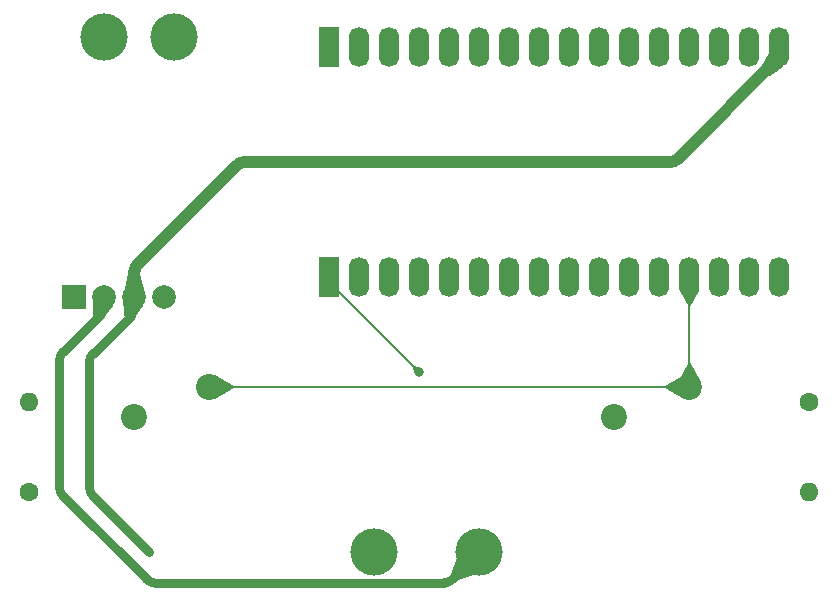
<source format=gbl>
G04 #@! TF.GenerationSoftware,KiCad,Pcbnew,7.0.5*
G04 #@! TF.CreationDate,2023-07-05T00:08:00+08:00*
G04 #@! TF.ProjectId,exModule,65784d6f-6475-46c6-952e-6b696361645f,rev?*
G04 #@! TF.SameCoordinates,PX5734380PY32de760*
G04 #@! TF.FileFunction,Copper,L2,Bot*
G04 #@! TF.FilePolarity,Positive*
%FSLAX45Y45*%
G04 Gerber Fmt 4.5, Leading zero omitted, Abs format (unit mm)*
G04 Created by KiCad (PCBNEW 7.0.5) date 2023-07-05 00:08:00*
%MOMM*%
%LPD*%
G01*
G04 APERTURE LIST*
G04 #@! TA.AperFunction,ComponentPad*
%ADD10C,4.000000*%
G04 #@! TD*
G04 #@! TA.AperFunction,ComponentPad*
%ADD11C,2.000000*%
G04 #@! TD*
G04 #@! TA.AperFunction,ComponentPad*
%ADD12R,2.000000X2.000000*%
G04 #@! TD*
G04 #@! TA.AperFunction,ComponentPad*
%ADD13O,1.700000X3.390000*%
G04 #@! TD*
G04 #@! TA.AperFunction,ComponentPad*
%ADD14R,1.700000X3.390000*%
G04 #@! TD*
G04 #@! TA.AperFunction,ComponentPad*
%ADD15C,2.200000*%
G04 #@! TD*
G04 #@! TA.AperFunction,ComponentPad*
%ADD16C,1.600000*%
G04 #@! TD*
G04 #@! TA.AperFunction,ComponentPad*
%ADD17O,1.600000X1.600000*%
G04 #@! TD*
G04 #@! TA.AperFunction,ViaPad*
%ADD18C,0.800000*%
G04 #@! TD*
G04 #@! TA.AperFunction,Conductor*
%ADD19C,0.150000*%
G04 #@! TD*
G04 #@! TA.AperFunction,Conductor*
%ADD20C,1.000000*%
G04 #@! TD*
G04 #@! TA.AperFunction,Conductor*
%ADD21C,0.800000*%
G04 #@! TD*
G04 APERTURE END LIST*
D10*
G04 #@! TO.P,REF\u002A\u002A,1*
G04 #@! TO.N,/12v*
X508071Y-2158929D03*
G04 #@! TD*
G04 #@! TO.P,REF\u002A\u002A,1*
G04 #@! TO.N,Net-(U2-GND)*
X-380900Y-2159000D03*
G04 #@! TD*
G04 #@! TO.P,REF\u002A\u002A,1*
G04 #@! TO.N,/open*
X-2074000Y2200000D03*
G04 #@! TD*
G04 #@! TO.P,REF\u002A\u002A,1*
G04 #@! TO.N,/lock*
X-2669000Y2200000D03*
G04 #@! TD*
D11*
G04 #@! TO.P,U2,4,VO+*
G04 #@! TO.N,Net-(U2-VO+)*
X-2159000Y0D03*
G04 #@! TO.P,U2,3,GND*
G04 #@! TO.N,Net-(U2-GND)*
X-2413000Y0D03*
G04 #@! TO.P,U2,2,IN+*
G04 #@! TO.N,/12v*
X-2667000Y0D03*
D12*
G04 #@! TO.P,U2,1,EN*
G04 #@! TO.N,unconnected-(U2-EN-Pad1)*
X-2921000Y0D03*
G04 #@! TD*
D13*
G04 #@! TO.P,J1,32,GND*
G04 #@! TO.N,Net-(U2-GND)*
X3048000Y2116500D03*
G04 #@! TO.P,J1,31,5V*
G04 #@! TO.N,Net-(U2-VO+)*
X2794000Y2116500D03*
G04 #@! TO.P,J1,30,GPIO9*
G04 #@! TO.N,unconnected-(J1-GPIO9-Pad30)*
X2540000Y2116500D03*
G04 #@! TO.P,J1,29,GPIO8*
G04 #@! TO.N,unconnected-(J1-GPIO8-Pad29)*
X2286000Y2116500D03*
G04 #@! TO.P,J1,28,GPIO4*
G04 #@! TO.N,unconnected-(J1-GPIO4-Pad28)*
X2032000Y2116500D03*
G04 #@! TO.P,J1,27,GPIO5*
G04 #@! TO.N,unconnected-(J1-GPIO5-Pad27)*
X1778000Y2116500D03*
G04 #@! TO.P,J1,26,3V3*
G04 #@! TO.N,unconnected-(J1-3V3-Pad26)*
X1524000Y2116500D03*
G04 #@! TO.P,J1,25,GND*
G04 #@! TO.N,unconnected-(J1-GND-Pad25)*
X1270000Y2116500D03*
G04 #@! TO.P,J1,24,GPIO11*
G04 #@! TO.N,/open*
X1016000Y2116500D03*
G04 #@! TO.P,J1,23,GPIO07*
G04 #@! TO.N,unconnected-(J1-GPIO07-Pad23)*
X762000Y2116500D03*
G04 #@! TO.P,J1,22,GPIO06*
G04 #@! TO.N,/lock*
X508000Y2116500D03*
G04 #@! TO.P,J1,21,GPIO10*
G04 #@! TO.N,unconnected-(J1-GPIO10-Pad21)*
X254000Y2116500D03*
G04 #@! TO.P,J1,20,GPIO3*
G04 #@! TO.N,unconnected-(J1-GPIO3-Pad20)*
X0Y2116500D03*
G04 #@! TO.P,J1,19,GPIO2*
G04 #@! TO.N,unconnected-(J1-GPIO2-Pad19)*
X-254000Y2116500D03*
G04 #@! TO.P,J1,18,3v3*
G04 #@! TO.N,unconnected-(J1-3v3-Pad18)*
X-508000Y2116500D03*
D14*
G04 #@! TO.P,J1,17,GND*
G04 #@! TO.N,unconnected-(J1-GND-Pad17)*
X-762000Y2116500D03*
D13*
G04 #@! TO.P,J1,16,5V*
G04 #@! TO.N,unconnected-(J1-5V-Pad16)*
X3048000Y169500D03*
G04 #@! TO.P,J1,15,PWB*
G04 #@! TO.N,unconnected-(J1-PWB-Pad15)*
X2794000Y169500D03*
G04 #@! TO.P,J1,14,GND*
G04 #@! TO.N,unconnected-(J1-GND-Pad14)*
X2540000Y169500D03*
G04 #@! TO.P,J1,13,3V3*
G04 #@! TO.N,Net-(J1-3V3-Pad13)*
X2286000Y169500D03*
G04 #@! TO.P,J1,12,REST*
G04 #@! TO.N,unconnected-(J1-REST-Pad12)*
X2032000Y169500D03*
G04 #@! TO.P,J1,11,NC*
G04 #@! TO.N,unconnected-(J1-NC-Pad11)*
X1778000Y169500D03*
G04 #@! TO.P,J1,10,GPIO13*
G04 #@! TO.N,unconnected-(J1-GPIO13-Pad10)*
X1524000Y169500D03*
G04 #@! TO.P,J1,9,UART0_RX*
G04 #@! TO.N,unconnected-(J1-UART0_RX-Pad9)*
X1270000Y169500D03*
G04 #@! TO.P,J1,8,UART0_TX*
G04 #@! TO.N,unconnected-(J1-UART0_TX-Pad8)*
X1016000Y169500D03*
G04 #@! TO.P,J1,7,GND*
G04 #@! TO.N,unconnected-(J1-GND-Pad7)*
X762000Y169500D03*
G04 #@! TO.P,J1,6,GPIO19*
G04 #@! TO.N,unconnected-(J1-GPIO19-Pad6)*
X508000Y169500D03*
G04 #@! TO.P,J1,5,GPIO18*
G04 #@! TO.N,Net-(J1-GPIO18)*
X254000Y169500D03*
G04 #@! TO.P,J1,4,GPIO12*
G04 #@! TO.N,Net-(J1-GPIO12)*
X0Y169500D03*
G04 #@! TO.P,J1,3,GPIO1*
G04 #@! TO.N,unconnected-(J1-GPIO1-Pad3)*
X-254000Y169500D03*
G04 #@! TO.P,J1,2,GPIO0*
G04 #@! TO.N,unconnected-(J1-GPIO0-Pad2)*
X-508000Y169500D03*
D14*
G04 #@! TO.P,J1,1,GND*
G04 #@! TO.N,Net-(J1-GND-Pad1)*
X-762000Y169500D03*
G04 #@! TD*
D15*
G04 #@! TO.P,SW2,1*
G04 #@! TO.N,Net-(J1-3V3-Pad13)*
X2286000Y-762000D03*
G04 #@! TO.P,SW2,2*
G04 #@! TO.N,Net-(J1-GPIO18)*
X1651000Y-1016000D03*
G04 #@! TD*
G04 #@! TO.P,SW1,2*
G04 #@! TO.N,Net-(J1-GPIO12)*
X-2413000Y-1016000D03*
G04 #@! TO.P,SW1,1*
G04 #@! TO.N,Net-(J1-3V3-Pad13)*
X-1778000Y-762000D03*
G04 #@! TD*
D16*
G04 #@! TO.P,R2,1*
G04 #@! TO.N,Net-(J1-GPIO18)*
X3302000Y-889000D03*
D17*
G04 #@! TO.P,R2,2*
G04 #@! TO.N,Net-(J1-GND-Pad1)*
X3302000Y-1651000D03*
G04 #@! TD*
G04 #@! TO.P,R1,2*
G04 #@! TO.N,Net-(J1-GND-Pad1)*
X-3302000Y-889000D03*
D16*
G04 #@! TO.P,R1,1*
G04 #@! TO.N,Net-(J1-GPIO12)*
X-3302000Y-1651000D03*
G04 #@! TD*
D18*
G04 #@! TO.N,Net-(U2-GND)*
X-2286000Y-2159000D03*
G04 #@! TO.N,Net-(J1-GND-Pad1)*
X0Y-635000D03*
G04 #@! TD*
D19*
G04 #@! TO.N,Net-(J1-GND-Pad1)*
X-761999Y168421D02*
G75*
G03*
X-732711Y97711I99999J-1D01*
G01*
D20*
G04 #@! TO.N,Net-(U2-GND)*
X2117579Y1143001D02*
G75*
G03*
X2188289Y1172289I1J99999D01*
G01*
X-1482579Y1142999D02*
G75*
G03*
X-1553289Y1113711I-1J-99999D01*
G01*
D21*
G04 #@! TO.N,/12v*
X-2309290Y-2389711D02*
G75*
G03*
X-2238579Y-2419000I70710J70711D01*
G01*
X-2696288Y-141869D02*
G75*
G03*
X-2667000Y-71157I-70712J70709D01*
G01*
X-3018711Y-464289D02*
G75*
G03*
X-3048000Y-535000I70711J-70711D01*
G01*
X-3047999Y-1609579D02*
G75*
G03*
X-3018711Y-1680289I99999J-1D01*
G01*
G04 #@! TO.N,Net-(U2-GND)*
X-2442289Y-156290D02*
G75*
G03*
X-2413000Y-85579I-70711J70710D01*
G01*
G04 #@! TO.N,/12v*
X206579Y-2418999D02*
G75*
G03*
X277289Y-2389711I1J99999D01*
G01*
D20*
G04 #@! TO.N,Net-(U2-GND)*
X-2383711Y283290D02*
G75*
G03*
X-2413000Y212579I70711J-70710D01*
G01*
D21*
X-2764711Y-478710D02*
G75*
G03*
X-2794000Y-549421I70711J-70710D01*
G01*
X-2793999Y-1609579D02*
G75*
G03*
X-2764711Y-1680289I99999J-1D01*
G01*
X-2764711Y-478711D02*
X-2442289Y-156289D01*
X-2413000Y-85579D02*
X-2413000Y0D01*
X-2794000Y-1609579D02*
X-2794000Y-549421D01*
X-2286000Y-2159000D02*
X-2764711Y-1680289D01*
G04 #@! TO.N,/12v*
X-2667000Y-71157D02*
X-2667000Y0D01*
X-3018711Y-464289D02*
X-2696289Y-141868D01*
X206579Y-2419000D02*
X-2238579Y-2419000D01*
X-2309289Y-2389711D02*
X-3018711Y-1680289D01*
X508000Y-2159000D02*
X277289Y-2389711D01*
X-3048000Y-1609579D02*
X-3048000Y-535000D01*
D19*
G04 #@! TO.N,Net-(J1-3V3-Pad13)*
X-1778000Y-762000D02*
X2286000Y-762000D01*
G04 #@! TO.N,Net-(J1-GND-Pad1)*
X0Y-635000D02*
X-732711Y97711D01*
X-762000Y168421D02*
X-762000Y254000D01*
D20*
G04 #@! TO.N,Net-(U2-GND)*
X-2413000Y0D02*
X-2413000Y212579D01*
X-1482579Y1143000D02*
X2117579Y1143000D01*
X-2383711Y283289D02*
X-1553289Y1113711D01*
X2188289Y1172289D02*
X3048000Y2032000D01*
D19*
G04 #@! TO.N,Net-(J1-3V3-Pad13)*
X2286000Y169500D02*
X2286000Y-762000D01*
G04 #@! TD*
G04 #@! TA.AperFunction,Conductor*
G04 #@! TO.N,/12v*
G36*
X-2666588Y-272D02*
G01*
X-2666586Y-273D01*
X-2597027Y-69972D01*
X-2596685Y-70799D01*
X-2596940Y-71527D01*
X-2704175Y-206114D01*
X-2704958Y-206547D01*
X-2705819Y-206300D01*
X-2705917Y-206212D01*
X-2761234Y-150895D01*
X-2761576Y-150110D01*
X-2766956Y-1211D01*
X-2766644Y-372D01*
X-2765829Y0D01*
X-2765790Y1D01*
X-2667415Y70D01*
X-2666588Y-272D01*
G37*
G04 #@! TD.AperFunction*
G04 #@! TD*
G04 #@! TA.AperFunction,Conductor*
G04 #@! TO.N,Net-(U2-GND)*
G36*
X-2412588Y-272D02*
G01*
X-2412586Y-273D01*
X-2342982Y-70016D01*
X-2342640Y-70844D01*
X-2342852Y-71514D01*
X-2439994Y-210220D01*
X-2440749Y-210701D01*
X-2441623Y-210507D01*
X-2441780Y-210376D01*
X-2497067Y-155088D01*
X-2497404Y-154379D01*
X-2512870Y-1286D01*
X-2512612Y-429D01*
X-2511824Y-5D01*
X-2511709Y1D01*
X-2413415Y70D01*
X-2412588Y-272D01*
G37*
G04 #@! TD.AperFunction*
G04 #@! TD*
G04 #@! TA.AperFunction,Conductor*
G04 #@! TO.N,/12v*
G36*
X507016Y-2159565D02*
G01*
X507560Y-2160276D01*
X507561Y-2160874D01*
X457987Y-2349995D01*
X457445Y-2350709D01*
X457251Y-2350799D01*
X325933Y-2398083D01*
X325038Y-2398041D01*
X324709Y-2397809D01*
X269188Y-2342288D01*
X268845Y-2341461D01*
X268913Y-2341070D01*
X315158Y-2210796D01*
X315757Y-2210131D01*
X315959Y-2210057D01*
X506128Y-2159446D01*
X507016Y-2159565D01*
G37*
G04 #@! TD.AperFunction*
G04 #@! TD*
G04 #@! TA.AperFunction,Conductor*
G04 #@! TO.N,Net-(J1-3V3-Pad13)*
G36*
X2241945Y-663075D02*
G01*
X2241992Y-663169D01*
X2285887Y-761523D01*
X2285912Y-762418D01*
X2285887Y-762477D01*
X2241992Y-860831D01*
X2241342Y-861447D01*
X2240447Y-861422D01*
X2240353Y-861375D01*
X2076599Y-769835D01*
X2076044Y-769132D01*
X2076000Y-768814D01*
X2076000Y-755186D01*
X2076343Y-754359D01*
X2076599Y-754165D01*
X2240353Y-662625D01*
X2241242Y-662520D01*
X2241945Y-663075D01*
G37*
G04 #@! TD.AperFunction*
G04 #@! TD*
G04 #@! TA.AperFunction,Conductor*
G04 #@! TO.N,Net-(J1-3V3-Pad13)*
G36*
X-1732447Y-662578D02*
G01*
X-1732354Y-662624D01*
X-1568599Y-754165D01*
X-1568044Y-754868D01*
X-1568000Y-755186D01*
X-1568000Y-768814D01*
X-1568343Y-769641D01*
X-1568599Y-769835D01*
X-1732353Y-861375D01*
X-1733242Y-861480D01*
X-1733945Y-860925D01*
X-1733991Y-860832D01*
X-1777887Y-762476D01*
X-1777912Y-761582D01*
X-1777889Y-761526D01*
X-1733992Y-663169D01*
X-1733342Y-662553D01*
X-1732447Y-662578D01*
G37*
G04 #@! TD.AperFunction*
G04 #@! TD*
G04 #@! TA.AperFunction,Conductor*
G04 #@! TO.N,Net-(J1-GND-Pad1)*
G36*
X-50561Y-573392D02*
G01*
X7576Y-595151D01*
X14175Y-597621D01*
X14830Y-598232D01*
X14861Y-599127D01*
X14847Y-599162D01*
X256Y-634620D01*
X-375Y-635254D01*
X-380Y-635256D01*
X-35838Y-649847D01*
X-36733Y-649845D01*
X-37365Y-649211D01*
X-37379Y-649176D01*
X-56098Y-599162D01*
X-61608Y-584440D01*
X-61577Y-583545D01*
X-61340Y-583203D01*
X-51797Y-573660D01*
X-50970Y-573318D01*
X-50561Y-573392D01*
G37*
G04 #@! TD.AperFunction*
G04 #@! TD*
G04 #@! TA.AperFunction,Conductor*
G04 #@! TO.N,Net-(U2-GND)*
G36*
X-2363076Y199657D02*
G01*
X-2362771Y199127D01*
X-2320871Y39254D01*
X-2320992Y38367D01*
X-2321554Y37877D01*
X-2412551Y86D01*
X-2413447Y85D01*
X-2413449Y86D01*
X-2504447Y37877D01*
X-2505079Y38511D01*
X-2505130Y39254D01*
X-2463229Y199127D01*
X-2462688Y199840D01*
X-2462097Y200000D01*
X-2363903Y200000D01*
X-2363076Y199657D01*
G37*
G04 #@! TD.AperFunction*
G04 #@! TD*
G04 #@! TA.AperFunction,Conductor*
G04 #@! TO.N,Net-(U2-GND)*
G36*
X2963940Y2066820D02*
G01*
X3047622Y2032256D01*
X3048255Y2031624D01*
X3048256Y2031621D01*
X3080159Y1954364D01*
X3080158Y1953469D01*
X3079719Y1952939D01*
X2963943Y1876959D01*
X2963063Y1876791D01*
X2962474Y1877110D01*
X2893076Y1946507D01*
X2892734Y1947335D01*
X2892895Y1947927D01*
X2895841Y1952939D01*
X2962485Y2066332D01*
X2963199Y2066871D01*
X2963940Y2066820D01*
G37*
G04 #@! TD.AperFunction*
G04 #@! TD*
G04 #@! TA.AperFunction,Conductor*
G04 #@! TO.N,Net-(J1-3V3-Pad13)*
G36*
X2287071Y251347D02*
G01*
X2287090Y251301D01*
X2364338Y52964D01*
X2364319Y52069D01*
X2364287Y52003D01*
X2293827Y-84367D01*
X2293143Y-84945D01*
X2292788Y-85000D01*
X2279213Y-85000D01*
X2278385Y-84657D01*
X2278173Y-84367D01*
X2207713Y52003D01*
X2207637Y52895D01*
X2207661Y52961D01*
X2284910Y251301D01*
X2285529Y251947D01*
X2286425Y251966D01*
X2287071Y251347D01*
G37*
G04 #@! TD.AperFunction*
G04 #@! TD*
G04 #@! TA.AperFunction,Conductor*
G04 #@! TO.N,Net-(J1-3V3-Pad13)*
G36*
X2293641Y-552343D02*
G01*
X2293835Y-552599D01*
X2385375Y-716353D01*
X2385480Y-717242D01*
X2384925Y-717945D01*
X2384831Y-717992D01*
X2286477Y-761887D01*
X2285582Y-761911D01*
X2285524Y-761888D01*
X2187169Y-717992D01*
X2186553Y-717342D01*
X2186578Y-716447D01*
X2186624Y-716354D01*
X2278165Y-552599D01*
X2278868Y-552044D01*
X2279186Y-552000D01*
X2292814Y-552000D01*
X2293641Y-552343D01*
G37*
G04 #@! TD.AperFunction*
G04 #@! TD*
M02*

</source>
